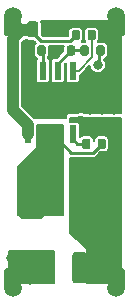
<source format=gbr>
G04 #@! TF.GenerationSoftware,KiCad,Pcbnew,5.1.0-060a0da~80~ubuntu18.04.1*
G04 #@! TF.CreationDate,2019-03-24T19:02:29+01:00*
G04 #@! TF.ProjectId,mav_psu,6d61765f-7073-4752-9e6b-696361645f70,rev?*
G04 #@! TF.SameCoordinates,Original*
G04 #@! TF.FileFunction,Copper,L1,Top*
G04 #@! TF.FilePolarity,Positive*
%FSLAX46Y46*%
G04 Gerber Fmt 4.6, Leading zero omitted, Abs format (unit mm)*
G04 Created by KiCad (PCBNEW 5.1.0-060a0da~80~ubuntu18.04.1) date 2019-03-24 19:02:29*
%MOMM*%
%LPD*%
G04 APERTURE LIST*
%ADD10C,0.100000*%
%ADD11C,2.350000*%
%ADD12C,1.500000*%
%ADD13C,0.700000*%
%ADD14C,1.250000*%
%ADD15R,2.350000X2.350000*%
%ADD16R,0.600000X1.550000*%
%ADD17C,0.950000*%
%ADD18C,0.800000*%
%ADD19C,0.600000*%
%ADD20C,1.000000*%
%ADD21C,0.250000*%
%ADD22C,0.200000*%
G04 APERTURE END LIST*
D10*
G36*
X122045085Y-124502829D02*
G01*
X122102116Y-124511289D01*
X122158042Y-124525298D01*
X122212327Y-124544721D01*
X122264446Y-124569371D01*
X122313898Y-124599012D01*
X122360206Y-124633356D01*
X122402925Y-124672075D01*
X122441644Y-124714794D01*
X122475988Y-124761102D01*
X122505629Y-124810554D01*
X122530279Y-124862673D01*
X122549702Y-124916958D01*
X122563711Y-124972884D01*
X122572171Y-125029915D01*
X122575000Y-125087500D01*
X122575000Y-127312500D01*
X122572171Y-127370085D01*
X122563711Y-127427116D01*
X122549702Y-127483042D01*
X122530279Y-127537327D01*
X122505629Y-127589446D01*
X122475988Y-127638898D01*
X122441644Y-127685206D01*
X122402925Y-127727925D01*
X122360206Y-127766644D01*
X122313898Y-127800988D01*
X122264446Y-127830629D01*
X122212327Y-127855279D01*
X122158042Y-127874702D01*
X122102116Y-127888711D01*
X122045085Y-127897171D01*
X121987500Y-127900000D01*
X120812500Y-127900000D01*
X120754915Y-127897171D01*
X120697884Y-127888711D01*
X120641958Y-127874702D01*
X120587673Y-127855279D01*
X120535554Y-127830629D01*
X120486102Y-127800988D01*
X120439794Y-127766644D01*
X120397075Y-127727925D01*
X120358356Y-127685206D01*
X120324012Y-127638898D01*
X120294371Y-127589446D01*
X120269721Y-127537327D01*
X120250298Y-127483042D01*
X120236289Y-127427116D01*
X120227829Y-127370085D01*
X120225000Y-127312500D01*
X120225000Y-125087500D01*
X120227829Y-125029915D01*
X120236289Y-124972884D01*
X120250298Y-124916958D01*
X120269721Y-124862673D01*
X120294371Y-124810554D01*
X120324012Y-124761102D01*
X120358356Y-124714794D01*
X120397075Y-124672075D01*
X120439794Y-124633356D01*
X120486102Y-124599012D01*
X120535554Y-124569371D01*
X120587673Y-124544721D01*
X120641958Y-124525298D01*
X120697884Y-124511289D01*
X120754915Y-124502829D01*
X120812500Y-124500000D01*
X121987500Y-124500000D01*
X122045085Y-124502829D01*
X122045085Y-124502829D01*
G37*
D11*
X121400000Y-126200000D03*
D10*
G36*
X116045085Y-124502829D02*
G01*
X116102116Y-124511289D01*
X116158042Y-124525298D01*
X116212327Y-124544721D01*
X116264446Y-124569371D01*
X116313898Y-124599012D01*
X116360206Y-124633356D01*
X116402925Y-124672075D01*
X116441644Y-124714794D01*
X116475988Y-124761102D01*
X116505629Y-124810554D01*
X116530279Y-124862673D01*
X116549702Y-124916958D01*
X116563711Y-124972884D01*
X116572171Y-125029915D01*
X116575000Y-125087500D01*
X116575000Y-127312500D01*
X116572171Y-127370085D01*
X116563711Y-127427116D01*
X116549702Y-127483042D01*
X116530279Y-127537327D01*
X116505629Y-127589446D01*
X116475988Y-127638898D01*
X116441644Y-127685206D01*
X116402925Y-127727925D01*
X116360206Y-127766644D01*
X116313898Y-127800988D01*
X116264446Y-127830629D01*
X116212327Y-127855279D01*
X116158042Y-127874702D01*
X116102116Y-127888711D01*
X116045085Y-127897171D01*
X115987500Y-127900000D01*
X114812500Y-127900000D01*
X114754915Y-127897171D01*
X114697884Y-127888711D01*
X114641958Y-127874702D01*
X114587673Y-127855279D01*
X114535554Y-127830629D01*
X114486102Y-127800988D01*
X114439794Y-127766644D01*
X114397075Y-127727925D01*
X114358356Y-127685206D01*
X114324012Y-127638898D01*
X114294371Y-127589446D01*
X114269721Y-127537327D01*
X114250298Y-127483042D01*
X114236289Y-127427116D01*
X114227829Y-127370085D01*
X114225000Y-127312500D01*
X114225000Y-125087500D01*
X114227829Y-125029915D01*
X114236289Y-124972884D01*
X114250298Y-124916958D01*
X114269721Y-124862673D01*
X114294371Y-124810554D01*
X114324012Y-124761102D01*
X114358356Y-124714794D01*
X114397075Y-124672075D01*
X114439794Y-124633356D01*
X114486102Y-124599012D01*
X114535554Y-124569371D01*
X114587673Y-124544721D01*
X114641958Y-124525298D01*
X114697884Y-124511289D01*
X114754915Y-124502829D01*
X114812500Y-124500000D01*
X115987500Y-124500000D01*
X116045085Y-124502829D01*
X116045085Y-124502829D01*
G37*
D11*
X115400000Y-126200000D03*
D12*
X113800000Y-133700000D03*
D10*
G36*
X114211756Y-132001806D02*
G01*
X114248159Y-132007206D01*
X114283857Y-132016147D01*
X114318506Y-132028545D01*
X114351774Y-132044280D01*
X114383339Y-132063199D01*
X114412897Y-132085121D01*
X114440165Y-132109835D01*
X114464879Y-132137103D01*
X114486801Y-132166661D01*
X114505720Y-132198226D01*
X114521455Y-132231494D01*
X114533853Y-132266143D01*
X114542794Y-132301841D01*
X114548194Y-132338244D01*
X114550000Y-132375000D01*
X114550000Y-133625000D01*
X114548194Y-133661756D01*
X114542794Y-133698159D01*
X114533853Y-133733857D01*
X114521455Y-133768506D01*
X114505720Y-133801774D01*
X114486801Y-133833339D01*
X114464879Y-133862897D01*
X114440165Y-133890165D01*
X114412897Y-133914879D01*
X114383339Y-133936801D01*
X114351774Y-133955720D01*
X114318506Y-133971455D01*
X114283857Y-133983853D01*
X114248159Y-133992794D01*
X114211756Y-133998194D01*
X114175000Y-134000000D01*
X113425000Y-134000000D01*
X113388244Y-133998194D01*
X113351841Y-133992794D01*
X113316143Y-133983853D01*
X113281494Y-133971455D01*
X113248226Y-133955720D01*
X113216661Y-133936801D01*
X113187103Y-133914879D01*
X113159835Y-133890165D01*
X113135121Y-133862897D01*
X113113199Y-133833339D01*
X113094280Y-133801774D01*
X113078545Y-133768506D01*
X113066147Y-133733857D01*
X113057206Y-133698159D01*
X113051806Y-133661756D01*
X113050000Y-133625000D01*
X113050000Y-132375000D01*
X113051806Y-132338244D01*
X113057206Y-132301841D01*
X113066147Y-132266143D01*
X113078545Y-132231494D01*
X113094280Y-132198226D01*
X113113199Y-132166661D01*
X113135121Y-132137103D01*
X113159835Y-132109835D01*
X113187103Y-132085121D01*
X113216661Y-132063199D01*
X113248226Y-132044280D01*
X113281494Y-132028545D01*
X113316143Y-132016147D01*
X113351841Y-132007206D01*
X113388244Y-132001806D01*
X113425000Y-132000000D01*
X114175000Y-132000000D01*
X114211756Y-132001806D01*
X114211756Y-132001806D01*
G37*
D12*
X113800000Y-133000000D03*
X122600000Y-110700000D03*
D10*
G36*
X123011756Y-110401806D02*
G01*
X123048159Y-110407206D01*
X123083857Y-110416147D01*
X123118506Y-110428545D01*
X123151774Y-110444280D01*
X123183339Y-110463199D01*
X123212897Y-110485121D01*
X123240165Y-110509835D01*
X123264879Y-110537103D01*
X123286801Y-110566661D01*
X123305720Y-110598226D01*
X123321455Y-110631494D01*
X123333853Y-110666143D01*
X123342794Y-110701841D01*
X123348194Y-110738244D01*
X123350000Y-110775000D01*
X123350000Y-112025000D01*
X123348194Y-112061756D01*
X123342794Y-112098159D01*
X123333853Y-112133857D01*
X123321455Y-112168506D01*
X123305720Y-112201774D01*
X123286801Y-112233339D01*
X123264879Y-112262897D01*
X123240165Y-112290165D01*
X123212897Y-112314879D01*
X123183339Y-112336801D01*
X123151774Y-112355720D01*
X123118506Y-112371455D01*
X123083857Y-112383853D01*
X123048159Y-112392794D01*
X123011756Y-112398194D01*
X122975000Y-112400000D01*
X122225000Y-112400000D01*
X122188244Y-112398194D01*
X122151841Y-112392794D01*
X122116143Y-112383853D01*
X122081494Y-112371455D01*
X122048226Y-112355720D01*
X122016661Y-112336801D01*
X121987103Y-112314879D01*
X121959835Y-112290165D01*
X121935121Y-112262897D01*
X121913199Y-112233339D01*
X121894280Y-112201774D01*
X121878545Y-112168506D01*
X121866147Y-112133857D01*
X121857206Y-112098159D01*
X121851806Y-112061756D01*
X121850000Y-112025000D01*
X121850000Y-110775000D01*
X121851806Y-110738244D01*
X121857206Y-110701841D01*
X121866147Y-110666143D01*
X121878545Y-110631494D01*
X121894280Y-110598226D01*
X121913199Y-110566661D01*
X121935121Y-110537103D01*
X121959835Y-110509835D01*
X121987103Y-110485121D01*
X122016661Y-110463199D01*
X122048226Y-110444280D01*
X122081494Y-110428545D01*
X122116143Y-110416147D01*
X122151841Y-110407206D01*
X122188244Y-110401806D01*
X122225000Y-110400000D01*
X122975000Y-110400000D01*
X123011756Y-110401806D01*
X123011756Y-110401806D01*
G37*
D12*
X122600000Y-111400000D03*
X122600000Y-133700000D03*
D10*
G36*
X123011756Y-132001806D02*
G01*
X123048159Y-132007206D01*
X123083857Y-132016147D01*
X123118506Y-132028545D01*
X123151774Y-132044280D01*
X123183339Y-132063199D01*
X123212897Y-132085121D01*
X123240165Y-132109835D01*
X123264879Y-132137103D01*
X123286801Y-132166661D01*
X123305720Y-132198226D01*
X123321455Y-132231494D01*
X123333853Y-132266143D01*
X123342794Y-132301841D01*
X123348194Y-132338244D01*
X123350000Y-132375000D01*
X123350000Y-133625000D01*
X123348194Y-133661756D01*
X123342794Y-133698159D01*
X123333853Y-133733857D01*
X123321455Y-133768506D01*
X123305720Y-133801774D01*
X123286801Y-133833339D01*
X123264879Y-133862897D01*
X123240165Y-133890165D01*
X123212897Y-133914879D01*
X123183339Y-133936801D01*
X123151774Y-133955720D01*
X123118506Y-133971455D01*
X123083857Y-133983853D01*
X123048159Y-133992794D01*
X123011756Y-133998194D01*
X122975000Y-134000000D01*
X122225000Y-134000000D01*
X122188244Y-133998194D01*
X122151841Y-133992794D01*
X122116143Y-133983853D01*
X122081494Y-133971455D01*
X122048226Y-133955720D01*
X122016661Y-133936801D01*
X121987103Y-133914879D01*
X121959835Y-133890165D01*
X121935121Y-133862897D01*
X121913199Y-133833339D01*
X121894280Y-133801774D01*
X121878545Y-133768506D01*
X121866147Y-133733857D01*
X121857206Y-133698159D01*
X121851806Y-133661756D01*
X121850000Y-133625000D01*
X121850000Y-132375000D01*
X121851806Y-132338244D01*
X121857206Y-132301841D01*
X121866147Y-132266143D01*
X121878545Y-132231494D01*
X121894280Y-132198226D01*
X121913199Y-132166661D01*
X121935121Y-132137103D01*
X121959835Y-132109835D01*
X121987103Y-132085121D01*
X122016661Y-132063199D01*
X122048226Y-132044280D01*
X122081494Y-132028545D01*
X122116143Y-132016147D01*
X122151841Y-132007206D01*
X122188244Y-132001806D01*
X122225000Y-132000000D01*
X122975000Y-132000000D01*
X123011756Y-132001806D01*
X123011756Y-132001806D01*
G37*
D12*
X122600000Y-133000000D03*
X113800000Y-110700000D03*
D10*
G36*
X114211756Y-110401806D02*
G01*
X114248159Y-110407206D01*
X114283857Y-110416147D01*
X114318506Y-110428545D01*
X114351774Y-110444280D01*
X114383339Y-110463199D01*
X114412897Y-110485121D01*
X114440165Y-110509835D01*
X114464879Y-110537103D01*
X114486801Y-110566661D01*
X114505720Y-110598226D01*
X114521455Y-110631494D01*
X114533853Y-110666143D01*
X114542794Y-110701841D01*
X114548194Y-110738244D01*
X114550000Y-110775000D01*
X114550000Y-112025000D01*
X114548194Y-112061756D01*
X114542794Y-112098159D01*
X114533853Y-112133857D01*
X114521455Y-112168506D01*
X114505720Y-112201774D01*
X114486801Y-112233339D01*
X114464879Y-112262897D01*
X114440165Y-112290165D01*
X114412897Y-112314879D01*
X114383339Y-112336801D01*
X114351774Y-112355720D01*
X114318506Y-112371455D01*
X114283857Y-112383853D01*
X114248159Y-112392794D01*
X114211756Y-112398194D01*
X114175000Y-112400000D01*
X113425000Y-112400000D01*
X113388244Y-112398194D01*
X113351841Y-112392794D01*
X113316143Y-112383853D01*
X113281494Y-112371455D01*
X113248226Y-112355720D01*
X113216661Y-112336801D01*
X113187103Y-112314879D01*
X113159835Y-112290165D01*
X113135121Y-112262897D01*
X113113199Y-112233339D01*
X113094280Y-112201774D01*
X113078545Y-112168506D01*
X113066147Y-112133857D01*
X113057206Y-112098159D01*
X113051806Y-112061756D01*
X113050000Y-112025000D01*
X113050000Y-110775000D01*
X113051806Y-110738244D01*
X113057206Y-110701841D01*
X113066147Y-110666143D01*
X113078545Y-110631494D01*
X113094280Y-110598226D01*
X113113199Y-110566661D01*
X113135121Y-110537103D01*
X113159835Y-110509835D01*
X113187103Y-110485121D01*
X113216661Y-110463199D01*
X113248226Y-110444280D01*
X113281494Y-110428545D01*
X113316143Y-110416147D01*
X113351841Y-110407206D01*
X113388244Y-110401806D01*
X113425000Y-110400000D01*
X114175000Y-110400000D01*
X114211756Y-110401806D01*
X114211756Y-110401806D01*
G37*
D12*
X113800000Y-111400000D03*
D10*
G36*
X116442153Y-113175843D02*
G01*
X116459141Y-113178363D01*
X116475800Y-113182535D01*
X116491970Y-113188321D01*
X116507494Y-113195664D01*
X116522225Y-113204493D01*
X116536019Y-113214723D01*
X116548744Y-113226256D01*
X116560277Y-113238981D01*
X116570507Y-113252775D01*
X116579336Y-113267506D01*
X116586679Y-113283030D01*
X116592465Y-113299200D01*
X116596637Y-113315859D01*
X116599157Y-113332847D01*
X116600000Y-113350000D01*
X116600000Y-113850000D01*
X116599157Y-113867153D01*
X116596637Y-113884141D01*
X116592465Y-113900800D01*
X116586679Y-113916970D01*
X116579336Y-113932494D01*
X116570507Y-113947225D01*
X116560277Y-113961019D01*
X116548744Y-113973744D01*
X116536019Y-113985277D01*
X116522225Y-113995507D01*
X116507494Y-114004336D01*
X116491970Y-114011679D01*
X116475800Y-114017465D01*
X116459141Y-114021637D01*
X116442153Y-114024157D01*
X116425000Y-114025000D01*
X116075000Y-114025000D01*
X116057847Y-114024157D01*
X116040859Y-114021637D01*
X116024200Y-114017465D01*
X116008030Y-114011679D01*
X115992506Y-114004336D01*
X115977775Y-113995507D01*
X115963981Y-113985277D01*
X115951256Y-113973744D01*
X115939723Y-113961019D01*
X115929493Y-113947225D01*
X115920664Y-113932494D01*
X115913321Y-113916970D01*
X115907535Y-113900800D01*
X115903363Y-113884141D01*
X115900843Y-113867153D01*
X115900000Y-113850000D01*
X115900000Y-113350000D01*
X115900843Y-113332847D01*
X115903363Y-113315859D01*
X115907535Y-113299200D01*
X115913321Y-113283030D01*
X115920664Y-113267506D01*
X115929493Y-113252775D01*
X115939723Y-113238981D01*
X115951256Y-113226256D01*
X115963981Y-113214723D01*
X115977775Y-113204493D01*
X115992506Y-113195664D01*
X116008030Y-113188321D01*
X116024200Y-113182535D01*
X116040859Y-113178363D01*
X116057847Y-113175843D01*
X116075000Y-113175000D01*
X116425000Y-113175000D01*
X116442153Y-113175843D01*
X116442153Y-113175843D01*
G37*
D13*
X116250000Y-113600000D03*
D10*
G36*
X115142153Y-113175843D02*
G01*
X115159141Y-113178363D01*
X115175800Y-113182535D01*
X115191970Y-113188321D01*
X115207494Y-113195664D01*
X115222225Y-113204493D01*
X115236019Y-113214723D01*
X115248744Y-113226256D01*
X115260277Y-113238981D01*
X115270507Y-113252775D01*
X115279336Y-113267506D01*
X115286679Y-113283030D01*
X115292465Y-113299200D01*
X115296637Y-113315859D01*
X115299157Y-113332847D01*
X115300000Y-113350000D01*
X115300000Y-113850000D01*
X115299157Y-113867153D01*
X115296637Y-113884141D01*
X115292465Y-113900800D01*
X115286679Y-113916970D01*
X115279336Y-113932494D01*
X115270507Y-113947225D01*
X115260277Y-113961019D01*
X115248744Y-113973744D01*
X115236019Y-113985277D01*
X115222225Y-113995507D01*
X115207494Y-114004336D01*
X115191970Y-114011679D01*
X115175800Y-114017465D01*
X115159141Y-114021637D01*
X115142153Y-114024157D01*
X115125000Y-114025000D01*
X114775000Y-114025000D01*
X114757847Y-114024157D01*
X114740859Y-114021637D01*
X114724200Y-114017465D01*
X114708030Y-114011679D01*
X114692506Y-114004336D01*
X114677775Y-113995507D01*
X114663981Y-113985277D01*
X114651256Y-113973744D01*
X114639723Y-113961019D01*
X114629493Y-113947225D01*
X114620664Y-113932494D01*
X114613321Y-113916970D01*
X114607535Y-113900800D01*
X114603363Y-113884141D01*
X114600843Y-113867153D01*
X114600000Y-113850000D01*
X114600000Y-113350000D01*
X114600843Y-113332847D01*
X114603363Y-113315859D01*
X114607535Y-113299200D01*
X114613321Y-113283030D01*
X114620664Y-113267506D01*
X114629493Y-113252775D01*
X114639723Y-113238981D01*
X114651256Y-113226256D01*
X114663981Y-113214723D01*
X114677775Y-113204493D01*
X114692506Y-113195664D01*
X114708030Y-113188321D01*
X114724200Y-113182535D01*
X114740859Y-113178363D01*
X114757847Y-113175843D01*
X114775000Y-113175000D01*
X115125000Y-113175000D01*
X115142153Y-113175843D01*
X115142153Y-113175843D01*
G37*
D13*
X114950000Y-113600000D03*
D10*
G36*
X121542153Y-121075843D02*
G01*
X121559141Y-121078363D01*
X121575800Y-121082535D01*
X121591970Y-121088321D01*
X121607494Y-121095664D01*
X121622225Y-121104493D01*
X121636019Y-121114723D01*
X121648744Y-121126256D01*
X121660277Y-121138981D01*
X121670507Y-121152775D01*
X121679336Y-121167506D01*
X121686679Y-121183030D01*
X121692465Y-121199200D01*
X121696637Y-121215859D01*
X121699157Y-121232847D01*
X121700000Y-121250000D01*
X121700000Y-121750000D01*
X121699157Y-121767153D01*
X121696637Y-121784141D01*
X121692465Y-121800800D01*
X121686679Y-121816970D01*
X121679336Y-121832494D01*
X121670507Y-121847225D01*
X121660277Y-121861019D01*
X121648744Y-121873744D01*
X121636019Y-121885277D01*
X121622225Y-121895507D01*
X121607494Y-121904336D01*
X121591970Y-121911679D01*
X121575800Y-121917465D01*
X121559141Y-121921637D01*
X121542153Y-121924157D01*
X121525000Y-121925000D01*
X121175000Y-121925000D01*
X121157847Y-121924157D01*
X121140859Y-121921637D01*
X121124200Y-121917465D01*
X121108030Y-121911679D01*
X121092506Y-121904336D01*
X121077775Y-121895507D01*
X121063981Y-121885277D01*
X121051256Y-121873744D01*
X121039723Y-121861019D01*
X121029493Y-121847225D01*
X121020664Y-121832494D01*
X121013321Y-121816970D01*
X121007535Y-121800800D01*
X121003363Y-121784141D01*
X121000843Y-121767153D01*
X121000000Y-121750000D01*
X121000000Y-121250000D01*
X121000843Y-121232847D01*
X121003363Y-121215859D01*
X121007535Y-121199200D01*
X121013321Y-121183030D01*
X121020664Y-121167506D01*
X121029493Y-121152775D01*
X121039723Y-121138981D01*
X121051256Y-121126256D01*
X121063981Y-121114723D01*
X121077775Y-121104493D01*
X121092506Y-121095664D01*
X121108030Y-121088321D01*
X121124200Y-121082535D01*
X121140859Y-121078363D01*
X121157847Y-121075843D01*
X121175000Y-121075000D01*
X121525000Y-121075000D01*
X121542153Y-121075843D01*
X121542153Y-121075843D01*
G37*
D13*
X121350000Y-121500000D03*
D10*
G36*
X120242153Y-121075843D02*
G01*
X120259141Y-121078363D01*
X120275800Y-121082535D01*
X120291970Y-121088321D01*
X120307494Y-121095664D01*
X120322225Y-121104493D01*
X120336019Y-121114723D01*
X120348744Y-121126256D01*
X120360277Y-121138981D01*
X120370507Y-121152775D01*
X120379336Y-121167506D01*
X120386679Y-121183030D01*
X120392465Y-121199200D01*
X120396637Y-121215859D01*
X120399157Y-121232847D01*
X120400000Y-121250000D01*
X120400000Y-121750000D01*
X120399157Y-121767153D01*
X120396637Y-121784141D01*
X120392465Y-121800800D01*
X120386679Y-121816970D01*
X120379336Y-121832494D01*
X120370507Y-121847225D01*
X120360277Y-121861019D01*
X120348744Y-121873744D01*
X120336019Y-121885277D01*
X120322225Y-121895507D01*
X120307494Y-121904336D01*
X120291970Y-121911679D01*
X120275800Y-121917465D01*
X120259141Y-121921637D01*
X120242153Y-121924157D01*
X120225000Y-121925000D01*
X119875000Y-121925000D01*
X119857847Y-121924157D01*
X119840859Y-121921637D01*
X119824200Y-121917465D01*
X119808030Y-121911679D01*
X119792506Y-121904336D01*
X119777775Y-121895507D01*
X119763981Y-121885277D01*
X119751256Y-121873744D01*
X119739723Y-121861019D01*
X119729493Y-121847225D01*
X119720664Y-121832494D01*
X119713321Y-121816970D01*
X119707535Y-121800800D01*
X119703363Y-121784141D01*
X119700843Y-121767153D01*
X119700000Y-121750000D01*
X119700000Y-121250000D01*
X119700843Y-121232847D01*
X119703363Y-121215859D01*
X119707535Y-121199200D01*
X119713321Y-121183030D01*
X119720664Y-121167506D01*
X119729493Y-121152775D01*
X119739723Y-121138981D01*
X119751256Y-121126256D01*
X119763981Y-121114723D01*
X119777775Y-121104493D01*
X119792506Y-121095664D01*
X119808030Y-121088321D01*
X119824200Y-121082535D01*
X119840859Y-121078363D01*
X119857847Y-121075843D01*
X119875000Y-121075000D01*
X120225000Y-121075000D01*
X120242153Y-121075843D01*
X120242153Y-121075843D01*
G37*
D13*
X120050000Y-121500000D03*
D10*
G36*
X117592153Y-113175843D02*
G01*
X117609141Y-113178363D01*
X117625800Y-113182535D01*
X117641970Y-113188321D01*
X117657494Y-113195664D01*
X117672225Y-113204493D01*
X117686019Y-113214723D01*
X117698744Y-113226256D01*
X117710277Y-113238981D01*
X117720507Y-113252775D01*
X117729336Y-113267506D01*
X117736679Y-113283030D01*
X117742465Y-113299200D01*
X117746637Y-113315859D01*
X117749157Y-113332847D01*
X117750000Y-113350000D01*
X117750000Y-113850000D01*
X117749157Y-113867153D01*
X117746637Y-113884141D01*
X117742465Y-113900800D01*
X117736679Y-113916970D01*
X117729336Y-113932494D01*
X117720507Y-113947225D01*
X117710277Y-113961019D01*
X117698744Y-113973744D01*
X117686019Y-113985277D01*
X117672225Y-113995507D01*
X117657494Y-114004336D01*
X117641970Y-114011679D01*
X117625800Y-114017465D01*
X117609141Y-114021637D01*
X117592153Y-114024157D01*
X117575000Y-114025000D01*
X117225000Y-114025000D01*
X117207847Y-114024157D01*
X117190859Y-114021637D01*
X117174200Y-114017465D01*
X117158030Y-114011679D01*
X117142506Y-114004336D01*
X117127775Y-113995507D01*
X117113981Y-113985277D01*
X117101256Y-113973744D01*
X117089723Y-113961019D01*
X117079493Y-113947225D01*
X117070664Y-113932494D01*
X117063321Y-113916970D01*
X117057535Y-113900800D01*
X117053363Y-113884141D01*
X117050843Y-113867153D01*
X117050000Y-113850000D01*
X117050000Y-113350000D01*
X117050843Y-113332847D01*
X117053363Y-113315859D01*
X117057535Y-113299200D01*
X117063321Y-113283030D01*
X117070664Y-113267506D01*
X117079493Y-113252775D01*
X117089723Y-113238981D01*
X117101256Y-113226256D01*
X117113981Y-113214723D01*
X117127775Y-113204493D01*
X117142506Y-113195664D01*
X117158030Y-113188321D01*
X117174200Y-113182535D01*
X117190859Y-113178363D01*
X117207847Y-113175843D01*
X117225000Y-113175000D01*
X117575000Y-113175000D01*
X117592153Y-113175843D01*
X117592153Y-113175843D01*
G37*
D13*
X117400000Y-113600000D03*
D10*
G36*
X118942153Y-113175843D02*
G01*
X118959141Y-113178363D01*
X118975800Y-113182535D01*
X118991970Y-113188321D01*
X119007494Y-113195664D01*
X119022225Y-113204493D01*
X119036019Y-113214723D01*
X119048744Y-113226256D01*
X119060277Y-113238981D01*
X119070507Y-113252775D01*
X119079336Y-113267506D01*
X119086679Y-113283030D01*
X119092465Y-113299200D01*
X119096637Y-113315859D01*
X119099157Y-113332847D01*
X119100000Y-113350000D01*
X119100000Y-113850000D01*
X119099157Y-113867153D01*
X119096637Y-113884141D01*
X119092465Y-113900800D01*
X119086679Y-113916970D01*
X119079336Y-113932494D01*
X119070507Y-113947225D01*
X119060277Y-113961019D01*
X119048744Y-113973744D01*
X119036019Y-113985277D01*
X119022225Y-113995507D01*
X119007494Y-114004336D01*
X118991970Y-114011679D01*
X118975800Y-114017465D01*
X118959141Y-114021637D01*
X118942153Y-114024157D01*
X118925000Y-114025000D01*
X118575000Y-114025000D01*
X118557847Y-114024157D01*
X118540859Y-114021637D01*
X118524200Y-114017465D01*
X118508030Y-114011679D01*
X118492506Y-114004336D01*
X118477775Y-113995507D01*
X118463981Y-113985277D01*
X118451256Y-113973744D01*
X118439723Y-113961019D01*
X118429493Y-113947225D01*
X118420664Y-113932494D01*
X118413321Y-113916970D01*
X118407535Y-113900800D01*
X118403363Y-113884141D01*
X118400843Y-113867153D01*
X118400000Y-113850000D01*
X118400000Y-113350000D01*
X118400843Y-113332847D01*
X118403363Y-113315859D01*
X118407535Y-113299200D01*
X118413321Y-113283030D01*
X118420664Y-113267506D01*
X118429493Y-113252775D01*
X118439723Y-113238981D01*
X118451256Y-113226256D01*
X118463981Y-113214723D01*
X118477775Y-113204493D01*
X118492506Y-113195664D01*
X118508030Y-113188321D01*
X118524200Y-113182535D01*
X118540859Y-113178363D01*
X118557847Y-113175843D01*
X118575000Y-113175000D01*
X118925000Y-113175000D01*
X118942153Y-113175843D01*
X118942153Y-113175843D01*
G37*
D13*
X118750000Y-113600000D03*
D10*
G36*
X120092153Y-113175843D02*
G01*
X120109141Y-113178363D01*
X120125800Y-113182535D01*
X120141970Y-113188321D01*
X120157494Y-113195664D01*
X120172225Y-113204493D01*
X120186019Y-113214723D01*
X120198744Y-113226256D01*
X120210277Y-113238981D01*
X120220507Y-113252775D01*
X120229336Y-113267506D01*
X120236679Y-113283030D01*
X120242465Y-113299200D01*
X120246637Y-113315859D01*
X120249157Y-113332847D01*
X120250000Y-113350000D01*
X120250000Y-113850000D01*
X120249157Y-113867153D01*
X120246637Y-113884141D01*
X120242465Y-113900800D01*
X120236679Y-113916970D01*
X120229336Y-113932494D01*
X120220507Y-113947225D01*
X120210277Y-113961019D01*
X120198744Y-113973744D01*
X120186019Y-113985277D01*
X120172225Y-113995507D01*
X120157494Y-114004336D01*
X120141970Y-114011679D01*
X120125800Y-114017465D01*
X120109141Y-114021637D01*
X120092153Y-114024157D01*
X120075000Y-114025000D01*
X119725000Y-114025000D01*
X119707847Y-114024157D01*
X119690859Y-114021637D01*
X119674200Y-114017465D01*
X119658030Y-114011679D01*
X119642506Y-114004336D01*
X119627775Y-113995507D01*
X119613981Y-113985277D01*
X119601256Y-113973744D01*
X119589723Y-113961019D01*
X119579493Y-113947225D01*
X119570664Y-113932494D01*
X119563321Y-113916970D01*
X119557535Y-113900800D01*
X119553363Y-113884141D01*
X119550843Y-113867153D01*
X119550000Y-113850000D01*
X119550000Y-113350000D01*
X119550843Y-113332847D01*
X119553363Y-113315859D01*
X119557535Y-113299200D01*
X119563321Y-113283030D01*
X119570664Y-113267506D01*
X119579493Y-113252775D01*
X119589723Y-113238981D01*
X119601256Y-113226256D01*
X119613981Y-113214723D01*
X119627775Y-113204493D01*
X119642506Y-113195664D01*
X119658030Y-113188321D01*
X119674200Y-113182535D01*
X119690859Y-113178363D01*
X119707847Y-113175843D01*
X119725000Y-113175000D01*
X120075000Y-113175000D01*
X120092153Y-113175843D01*
X120092153Y-113175843D01*
G37*
D13*
X119900000Y-113600000D03*
D10*
G36*
X121442153Y-113175843D02*
G01*
X121459141Y-113178363D01*
X121475800Y-113182535D01*
X121491970Y-113188321D01*
X121507494Y-113195664D01*
X121522225Y-113204493D01*
X121536019Y-113214723D01*
X121548744Y-113226256D01*
X121560277Y-113238981D01*
X121570507Y-113252775D01*
X121579336Y-113267506D01*
X121586679Y-113283030D01*
X121592465Y-113299200D01*
X121596637Y-113315859D01*
X121599157Y-113332847D01*
X121600000Y-113350000D01*
X121600000Y-113850000D01*
X121599157Y-113867153D01*
X121596637Y-113884141D01*
X121592465Y-113900800D01*
X121586679Y-113916970D01*
X121579336Y-113932494D01*
X121570507Y-113947225D01*
X121560277Y-113961019D01*
X121548744Y-113973744D01*
X121536019Y-113985277D01*
X121522225Y-113995507D01*
X121507494Y-114004336D01*
X121491970Y-114011679D01*
X121475800Y-114017465D01*
X121459141Y-114021637D01*
X121442153Y-114024157D01*
X121425000Y-114025000D01*
X121075000Y-114025000D01*
X121057847Y-114024157D01*
X121040859Y-114021637D01*
X121024200Y-114017465D01*
X121008030Y-114011679D01*
X120992506Y-114004336D01*
X120977775Y-113995507D01*
X120963981Y-113985277D01*
X120951256Y-113973744D01*
X120939723Y-113961019D01*
X120929493Y-113947225D01*
X120920664Y-113932494D01*
X120913321Y-113916970D01*
X120907535Y-113900800D01*
X120903363Y-113884141D01*
X120900843Y-113867153D01*
X120900000Y-113850000D01*
X120900000Y-113350000D01*
X120900843Y-113332847D01*
X120903363Y-113315859D01*
X120907535Y-113299200D01*
X120913321Y-113283030D01*
X120920664Y-113267506D01*
X120929493Y-113252775D01*
X120939723Y-113238981D01*
X120951256Y-113226256D01*
X120963981Y-113214723D01*
X120977775Y-113204493D01*
X120992506Y-113195664D01*
X121008030Y-113188321D01*
X121024200Y-113182535D01*
X121040859Y-113178363D01*
X121057847Y-113175843D01*
X121075000Y-113175000D01*
X121425000Y-113175000D01*
X121442153Y-113175843D01*
X121442153Y-113175843D01*
G37*
D13*
X121250000Y-113600000D03*
D10*
G36*
X120692153Y-111875843D02*
G01*
X120709141Y-111878363D01*
X120725800Y-111882535D01*
X120741970Y-111888321D01*
X120757494Y-111895664D01*
X120772225Y-111904493D01*
X120786019Y-111914723D01*
X120798744Y-111926256D01*
X120810277Y-111938981D01*
X120820507Y-111952775D01*
X120829336Y-111967506D01*
X120836679Y-111983030D01*
X120842465Y-111999200D01*
X120846637Y-112015859D01*
X120849157Y-112032847D01*
X120850000Y-112050000D01*
X120850000Y-112550000D01*
X120849157Y-112567153D01*
X120846637Y-112584141D01*
X120842465Y-112600800D01*
X120836679Y-112616970D01*
X120829336Y-112632494D01*
X120820507Y-112647225D01*
X120810277Y-112661019D01*
X120798744Y-112673744D01*
X120786019Y-112685277D01*
X120772225Y-112695507D01*
X120757494Y-112704336D01*
X120741970Y-112711679D01*
X120725800Y-112717465D01*
X120709141Y-112721637D01*
X120692153Y-112724157D01*
X120675000Y-112725000D01*
X120325000Y-112725000D01*
X120307847Y-112724157D01*
X120290859Y-112721637D01*
X120274200Y-112717465D01*
X120258030Y-112711679D01*
X120242506Y-112704336D01*
X120227775Y-112695507D01*
X120213981Y-112685277D01*
X120201256Y-112673744D01*
X120189723Y-112661019D01*
X120179493Y-112647225D01*
X120170664Y-112632494D01*
X120163321Y-112616970D01*
X120157535Y-112600800D01*
X120153363Y-112584141D01*
X120150843Y-112567153D01*
X120150000Y-112550000D01*
X120150000Y-112050000D01*
X120150843Y-112032847D01*
X120153363Y-112015859D01*
X120157535Y-111999200D01*
X120163321Y-111983030D01*
X120170664Y-111967506D01*
X120179493Y-111952775D01*
X120189723Y-111938981D01*
X120201256Y-111926256D01*
X120213981Y-111914723D01*
X120227775Y-111904493D01*
X120242506Y-111895664D01*
X120258030Y-111888321D01*
X120274200Y-111882535D01*
X120290859Y-111878363D01*
X120307847Y-111875843D01*
X120325000Y-111875000D01*
X120675000Y-111875000D01*
X120692153Y-111875843D01*
X120692153Y-111875843D01*
G37*
D13*
X120500000Y-112300000D03*
D10*
G36*
X119342153Y-111875843D02*
G01*
X119359141Y-111878363D01*
X119375800Y-111882535D01*
X119391970Y-111888321D01*
X119407494Y-111895664D01*
X119422225Y-111904493D01*
X119436019Y-111914723D01*
X119448744Y-111926256D01*
X119460277Y-111938981D01*
X119470507Y-111952775D01*
X119479336Y-111967506D01*
X119486679Y-111983030D01*
X119492465Y-111999200D01*
X119496637Y-112015859D01*
X119499157Y-112032847D01*
X119500000Y-112050000D01*
X119500000Y-112550000D01*
X119499157Y-112567153D01*
X119496637Y-112584141D01*
X119492465Y-112600800D01*
X119486679Y-112616970D01*
X119479336Y-112632494D01*
X119470507Y-112647225D01*
X119460277Y-112661019D01*
X119448744Y-112673744D01*
X119436019Y-112685277D01*
X119422225Y-112695507D01*
X119407494Y-112704336D01*
X119391970Y-112711679D01*
X119375800Y-112717465D01*
X119359141Y-112721637D01*
X119342153Y-112724157D01*
X119325000Y-112725000D01*
X118975000Y-112725000D01*
X118957847Y-112724157D01*
X118940859Y-112721637D01*
X118924200Y-112717465D01*
X118908030Y-112711679D01*
X118892506Y-112704336D01*
X118877775Y-112695507D01*
X118863981Y-112685277D01*
X118851256Y-112673744D01*
X118839723Y-112661019D01*
X118829493Y-112647225D01*
X118820664Y-112632494D01*
X118813321Y-112616970D01*
X118807535Y-112600800D01*
X118803363Y-112584141D01*
X118800843Y-112567153D01*
X118800000Y-112550000D01*
X118800000Y-112050000D01*
X118800843Y-112032847D01*
X118803363Y-112015859D01*
X118807535Y-111999200D01*
X118813321Y-111983030D01*
X118820664Y-111967506D01*
X118829493Y-111952775D01*
X118839723Y-111938981D01*
X118851256Y-111926256D01*
X118863981Y-111914723D01*
X118877775Y-111904493D01*
X118892506Y-111895664D01*
X118908030Y-111888321D01*
X118924200Y-111882535D01*
X118940859Y-111878363D01*
X118957847Y-111875843D01*
X118975000Y-111875000D01*
X119325000Y-111875000D01*
X119342153Y-111875843D01*
X119342153Y-111875843D01*
G37*
D13*
X119150000Y-112300000D03*
D10*
G36*
X117099504Y-130676204D02*
G01*
X117123773Y-130679804D01*
X117147571Y-130685765D01*
X117170671Y-130694030D01*
X117192849Y-130704520D01*
X117213893Y-130717133D01*
X117233598Y-130731747D01*
X117251777Y-130748223D01*
X117268253Y-130766402D01*
X117282867Y-130786107D01*
X117295480Y-130807151D01*
X117305970Y-130829329D01*
X117314235Y-130852429D01*
X117320196Y-130876227D01*
X117323796Y-130900496D01*
X117325000Y-130925000D01*
X117325000Y-133075000D01*
X117323796Y-133099504D01*
X117320196Y-133123773D01*
X117314235Y-133147571D01*
X117305970Y-133170671D01*
X117295480Y-133192849D01*
X117282867Y-133213893D01*
X117268253Y-133233598D01*
X117251777Y-133251777D01*
X117233598Y-133268253D01*
X117213893Y-133282867D01*
X117192849Y-133295480D01*
X117170671Y-133305970D01*
X117147571Y-133314235D01*
X117123773Y-133320196D01*
X117099504Y-133323796D01*
X117075000Y-133325000D01*
X116325000Y-133325000D01*
X116300496Y-133323796D01*
X116276227Y-133320196D01*
X116252429Y-133314235D01*
X116229329Y-133305970D01*
X116207151Y-133295480D01*
X116186107Y-133282867D01*
X116166402Y-133268253D01*
X116148223Y-133251777D01*
X116131747Y-133233598D01*
X116117133Y-133213893D01*
X116104520Y-133192849D01*
X116094030Y-133170671D01*
X116085765Y-133147571D01*
X116079804Y-133123773D01*
X116076204Y-133099504D01*
X116075000Y-133075000D01*
X116075000Y-130925000D01*
X116076204Y-130900496D01*
X116079804Y-130876227D01*
X116085765Y-130852429D01*
X116094030Y-130829329D01*
X116104520Y-130807151D01*
X116117133Y-130786107D01*
X116131747Y-130766402D01*
X116148223Y-130748223D01*
X116166402Y-130731747D01*
X116186107Y-130717133D01*
X116207151Y-130704520D01*
X116229329Y-130694030D01*
X116252429Y-130685765D01*
X116276227Y-130679804D01*
X116300496Y-130676204D01*
X116325000Y-130675000D01*
X117075000Y-130675000D01*
X117099504Y-130676204D01*
X117099504Y-130676204D01*
G37*
D14*
X116700000Y-132000000D03*
D10*
G36*
X119899504Y-130676204D02*
G01*
X119923773Y-130679804D01*
X119947571Y-130685765D01*
X119970671Y-130694030D01*
X119992849Y-130704520D01*
X120013893Y-130717133D01*
X120033598Y-130731747D01*
X120051777Y-130748223D01*
X120068253Y-130766402D01*
X120082867Y-130786107D01*
X120095480Y-130807151D01*
X120105970Y-130829329D01*
X120114235Y-130852429D01*
X120120196Y-130876227D01*
X120123796Y-130900496D01*
X120125000Y-130925000D01*
X120125000Y-133075000D01*
X120123796Y-133099504D01*
X120120196Y-133123773D01*
X120114235Y-133147571D01*
X120105970Y-133170671D01*
X120095480Y-133192849D01*
X120082867Y-133213893D01*
X120068253Y-133233598D01*
X120051777Y-133251777D01*
X120033598Y-133268253D01*
X120013893Y-133282867D01*
X119992849Y-133295480D01*
X119970671Y-133305970D01*
X119947571Y-133314235D01*
X119923773Y-133320196D01*
X119899504Y-133323796D01*
X119875000Y-133325000D01*
X119125000Y-133325000D01*
X119100496Y-133323796D01*
X119076227Y-133320196D01*
X119052429Y-133314235D01*
X119029329Y-133305970D01*
X119007151Y-133295480D01*
X118986107Y-133282867D01*
X118966402Y-133268253D01*
X118948223Y-133251777D01*
X118931747Y-133233598D01*
X118917133Y-133213893D01*
X118904520Y-133192849D01*
X118894030Y-133170671D01*
X118885765Y-133147571D01*
X118879804Y-133123773D01*
X118876204Y-133099504D01*
X118875000Y-133075000D01*
X118875000Y-130925000D01*
X118876204Y-130900496D01*
X118879804Y-130876227D01*
X118885765Y-130852429D01*
X118894030Y-130829329D01*
X118904520Y-130807151D01*
X118917133Y-130786107D01*
X118931747Y-130766402D01*
X118948223Y-130748223D01*
X118966402Y-130731747D01*
X118986107Y-130717133D01*
X119007151Y-130704520D01*
X119029329Y-130694030D01*
X119052429Y-130685765D01*
X119076227Y-130679804D01*
X119100496Y-130676204D01*
X119125000Y-130675000D01*
X119875000Y-130675000D01*
X119899504Y-130676204D01*
X119899504Y-130676204D01*
G37*
D14*
X119500000Y-132000000D03*
D10*
G36*
X122499504Y-116576204D02*
G01*
X122523773Y-116579804D01*
X122547571Y-116585765D01*
X122570671Y-116594030D01*
X122592849Y-116604520D01*
X122613893Y-116617133D01*
X122633598Y-116631747D01*
X122651777Y-116648223D01*
X122668253Y-116666402D01*
X122682867Y-116686107D01*
X122695480Y-116707151D01*
X122705970Y-116729329D01*
X122714235Y-116752429D01*
X122720196Y-116776227D01*
X122723796Y-116800496D01*
X122725000Y-116825000D01*
X122725000Y-117575000D01*
X122723796Y-117599504D01*
X122720196Y-117623773D01*
X122714235Y-117647571D01*
X122705970Y-117670671D01*
X122695480Y-117692849D01*
X122682867Y-117713893D01*
X122668253Y-117733598D01*
X122651777Y-117751777D01*
X122633598Y-117768253D01*
X122613893Y-117782867D01*
X122592849Y-117795480D01*
X122570671Y-117805970D01*
X122547571Y-117814235D01*
X122523773Y-117820196D01*
X122499504Y-117823796D01*
X122475000Y-117825000D01*
X120325000Y-117825000D01*
X120300496Y-117823796D01*
X120276227Y-117820196D01*
X120252429Y-117814235D01*
X120229329Y-117805970D01*
X120207151Y-117795480D01*
X120186107Y-117782867D01*
X120166402Y-117768253D01*
X120148223Y-117751777D01*
X120131747Y-117733598D01*
X120117133Y-117713893D01*
X120104520Y-117692849D01*
X120094030Y-117670671D01*
X120085765Y-117647571D01*
X120079804Y-117623773D01*
X120076204Y-117599504D01*
X120075000Y-117575000D01*
X120075000Y-116825000D01*
X120076204Y-116800496D01*
X120079804Y-116776227D01*
X120085765Y-116752429D01*
X120094030Y-116729329D01*
X120104520Y-116707151D01*
X120117133Y-116686107D01*
X120131747Y-116666402D01*
X120148223Y-116648223D01*
X120166402Y-116631747D01*
X120186107Y-116617133D01*
X120207151Y-116604520D01*
X120229329Y-116594030D01*
X120252429Y-116585765D01*
X120276227Y-116579804D01*
X120300496Y-116576204D01*
X120325000Y-116575000D01*
X122475000Y-116575000D01*
X122499504Y-116576204D01*
X122499504Y-116576204D01*
G37*
D14*
X121400000Y-117200000D03*
D10*
G36*
X122499504Y-119376204D02*
G01*
X122523773Y-119379804D01*
X122547571Y-119385765D01*
X122570671Y-119394030D01*
X122592849Y-119404520D01*
X122613893Y-119417133D01*
X122633598Y-119431747D01*
X122651777Y-119448223D01*
X122668253Y-119466402D01*
X122682867Y-119486107D01*
X122695480Y-119507151D01*
X122705970Y-119529329D01*
X122714235Y-119552429D01*
X122720196Y-119576227D01*
X122723796Y-119600496D01*
X122725000Y-119625000D01*
X122725000Y-120375000D01*
X122723796Y-120399504D01*
X122720196Y-120423773D01*
X122714235Y-120447571D01*
X122705970Y-120470671D01*
X122695480Y-120492849D01*
X122682867Y-120513893D01*
X122668253Y-120533598D01*
X122651777Y-120551777D01*
X122633598Y-120568253D01*
X122613893Y-120582867D01*
X122592849Y-120595480D01*
X122570671Y-120605970D01*
X122547571Y-120614235D01*
X122523773Y-120620196D01*
X122499504Y-120623796D01*
X122475000Y-120625000D01*
X120325000Y-120625000D01*
X120300496Y-120623796D01*
X120276227Y-120620196D01*
X120252429Y-120614235D01*
X120229329Y-120605970D01*
X120207151Y-120595480D01*
X120186107Y-120582867D01*
X120166402Y-120568253D01*
X120148223Y-120551777D01*
X120131747Y-120533598D01*
X120117133Y-120513893D01*
X120104520Y-120492849D01*
X120094030Y-120470671D01*
X120085765Y-120447571D01*
X120079804Y-120423773D01*
X120076204Y-120399504D01*
X120075000Y-120375000D01*
X120075000Y-119625000D01*
X120076204Y-119600496D01*
X120079804Y-119576227D01*
X120085765Y-119552429D01*
X120094030Y-119529329D01*
X120104520Y-119507151D01*
X120117133Y-119486107D01*
X120131747Y-119466402D01*
X120148223Y-119448223D01*
X120166402Y-119431747D01*
X120186107Y-119417133D01*
X120207151Y-119404520D01*
X120229329Y-119394030D01*
X120252429Y-119385765D01*
X120276227Y-119379804D01*
X120300496Y-119376204D01*
X120325000Y-119375000D01*
X122475000Y-119375000D01*
X122499504Y-119376204D01*
X122499504Y-119376204D01*
G37*
D14*
X121400000Y-120000000D03*
D15*
X117000000Y-118000000D03*
D16*
X115095000Y-115300000D03*
X116365000Y-115300000D03*
X117635000Y-115300000D03*
X118905000Y-115300000D03*
X118905000Y-120700000D03*
X117635000Y-120700000D03*
X116365000Y-120700000D03*
X115095000Y-120700000D03*
D10*
G36*
X117360779Y-111126144D02*
G01*
X117383834Y-111129563D01*
X117406443Y-111135227D01*
X117428387Y-111143079D01*
X117449457Y-111153044D01*
X117469448Y-111165026D01*
X117488168Y-111178910D01*
X117505438Y-111194562D01*
X117521090Y-111211832D01*
X117534974Y-111230552D01*
X117546956Y-111250543D01*
X117556921Y-111271613D01*
X117564773Y-111293557D01*
X117570437Y-111316166D01*
X117573856Y-111339221D01*
X117575000Y-111362500D01*
X117575000Y-112237500D01*
X117573856Y-112260779D01*
X117570437Y-112283834D01*
X117564773Y-112306443D01*
X117556921Y-112328387D01*
X117546956Y-112349457D01*
X117534974Y-112369448D01*
X117521090Y-112388168D01*
X117505438Y-112405438D01*
X117488168Y-112421090D01*
X117469448Y-112434974D01*
X117449457Y-112446956D01*
X117428387Y-112456921D01*
X117406443Y-112464773D01*
X117383834Y-112470437D01*
X117360779Y-112473856D01*
X117337500Y-112475000D01*
X116862500Y-112475000D01*
X116839221Y-112473856D01*
X116816166Y-112470437D01*
X116793557Y-112464773D01*
X116771613Y-112456921D01*
X116750543Y-112446956D01*
X116730552Y-112434974D01*
X116711832Y-112421090D01*
X116694562Y-112405438D01*
X116678910Y-112388168D01*
X116665026Y-112369448D01*
X116653044Y-112349457D01*
X116643079Y-112328387D01*
X116635227Y-112306443D01*
X116629563Y-112283834D01*
X116626144Y-112260779D01*
X116625000Y-112237500D01*
X116625000Y-111362500D01*
X116626144Y-111339221D01*
X116629563Y-111316166D01*
X116635227Y-111293557D01*
X116643079Y-111271613D01*
X116653044Y-111250543D01*
X116665026Y-111230552D01*
X116678910Y-111211832D01*
X116694562Y-111194562D01*
X116711832Y-111178910D01*
X116730552Y-111165026D01*
X116750543Y-111153044D01*
X116771613Y-111143079D01*
X116793557Y-111135227D01*
X116816166Y-111129563D01*
X116839221Y-111126144D01*
X116862500Y-111125000D01*
X117337500Y-111125000D01*
X117360779Y-111126144D01*
X117360779Y-111126144D01*
G37*
D17*
X117100000Y-111800000D03*
D10*
G36*
X115760779Y-111126144D02*
G01*
X115783834Y-111129563D01*
X115806443Y-111135227D01*
X115828387Y-111143079D01*
X115849457Y-111153044D01*
X115869448Y-111165026D01*
X115888168Y-111178910D01*
X115905438Y-111194562D01*
X115921090Y-111211832D01*
X115934974Y-111230552D01*
X115946956Y-111250543D01*
X115956921Y-111271613D01*
X115964773Y-111293557D01*
X115970437Y-111316166D01*
X115973856Y-111339221D01*
X115975000Y-111362500D01*
X115975000Y-112237500D01*
X115973856Y-112260779D01*
X115970437Y-112283834D01*
X115964773Y-112306443D01*
X115956921Y-112328387D01*
X115946956Y-112349457D01*
X115934974Y-112369448D01*
X115921090Y-112388168D01*
X115905438Y-112405438D01*
X115888168Y-112421090D01*
X115869448Y-112434974D01*
X115849457Y-112446956D01*
X115828387Y-112456921D01*
X115806443Y-112464773D01*
X115783834Y-112470437D01*
X115760779Y-112473856D01*
X115737500Y-112475000D01*
X115262500Y-112475000D01*
X115239221Y-112473856D01*
X115216166Y-112470437D01*
X115193557Y-112464773D01*
X115171613Y-112456921D01*
X115150543Y-112446956D01*
X115130552Y-112434974D01*
X115111832Y-112421090D01*
X115094562Y-112405438D01*
X115078910Y-112388168D01*
X115065026Y-112369448D01*
X115053044Y-112349457D01*
X115043079Y-112328387D01*
X115035227Y-112306443D01*
X115029563Y-112283834D01*
X115026144Y-112260779D01*
X115025000Y-112237500D01*
X115025000Y-111362500D01*
X115026144Y-111339221D01*
X115029563Y-111316166D01*
X115035227Y-111293557D01*
X115043079Y-111271613D01*
X115053044Y-111250543D01*
X115065026Y-111230552D01*
X115078910Y-111211832D01*
X115094562Y-111194562D01*
X115111832Y-111178910D01*
X115130552Y-111165026D01*
X115150543Y-111153044D01*
X115171613Y-111143079D01*
X115193557Y-111135227D01*
X115216166Y-111129563D01*
X115239221Y-111126144D01*
X115262500Y-111125000D01*
X115737500Y-111125000D01*
X115760779Y-111126144D01*
X115760779Y-111126144D01*
G37*
D17*
X115500000Y-111800000D03*
D18*
X116200000Y-118800000D03*
X117800000Y-118800000D03*
X117800000Y-117200000D03*
X116200000Y-117200000D03*
X122400000Y-115800000D03*
X120400000Y-118600000D03*
X121400000Y-118600000D03*
X122400000Y-118600000D03*
X120400000Y-115800000D03*
X121400000Y-115800000D03*
X113700000Y-131200000D03*
X114700000Y-131200000D03*
X115300000Y-133000000D03*
X115300000Y-132000000D03*
X119800000Y-111400000D03*
X118200000Y-111800000D03*
D19*
X119600000Y-119400000D03*
D18*
X121000000Y-114828715D03*
D20*
X114024990Y-111775010D02*
X114024990Y-112400000D01*
X115095000Y-119895000D02*
X115095000Y-120700000D01*
X113800000Y-118600000D02*
X115095000Y-119895000D01*
X114024990Y-112400000D02*
X113800000Y-112624990D01*
X113800000Y-112624990D02*
X113800000Y-118600000D01*
D21*
X114024990Y-111824990D02*
X114024990Y-112400000D01*
X114000000Y-111800000D02*
X114024990Y-111824990D01*
D20*
X114536826Y-111888164D02*
X115011836Y-111888164D01*
X114024990Y-112400000D02*
X114536826Y-111888164D01*
D21*
X115500000Y-112100000D02*
X115500000Y-111800000D01*
X116200010Y-112800010D02*
X115500000Y-112100000D01*
X119150000Y-112300000D02*
X118649990Y-112800010D01*
X118649990Y-112800010D02*
X116200010Y-112800010D01*
X117635000Y-113835000D02*
X117600000Y-113800000D01*
X117635000Y-115300000D02*
X117635000Y-114815000D01*
X117635000Y-114715000D02*
X118750000Y-113600000D01*
X117635000Y-115300000D02*
X117635000Y-114715000D01*
X118750000Y-113600000D02*
X119900000Y-113600000D01*
X120800000Y-119400000D02*
X121400000Y-120000000D01*
X119600000Y-119400000D02*
X120800000Y-119400000D01*
X121500000Y-132000000D02*
X121900000Y-132400000D01*
X119500000Y-132000000D02*
X121500000Y-132000000D01*
X121150000Y-114678715D02*
X121000000Y-114828715D01*
X121150000Y-113700000D02*
X121150000Y-114678715D01*
D22*
X120500000Y-112825000D02*
X120500000Y-112300000D01*
X120550010Y-112875010D02*
X120500000Y-112825000D01*
X120550010Y-114149990D02*
X120550010Y-112875010D01*
X118905000Y-115300000D02*
X119400000Y-115300000D01*
X119400000Y-115300000D02*
X120550010Y-114149990D01*
D21*
X118905000Y-121105000D02*
X118905000Y-120700000D01*
X120050000Y-121500000D02*
X119300000Y-121500000D01*
X119300000Y-121500000D02*
X118905000Y-121105000D01*
X117635000Y-121135000D02*
X117635000Y-120700000D01*
X118750010Y-122250010D02*
X117635000Y-121135000D01*
X121350000Y-121500000D02*
X120599990Y-122250010D01*
X120599990Y-122250010D02*
X118750010Y-122250010D01*
X116365000Y-113815000D02*
X116350000Y-113800000D01*
X116365000Y-113715000D02*
X116250000Y-113600000D01*
X116365000Y-115300000D02*
X116365000Y-113715000D01*
D22*
G36*
X123000001Y-133300000D02*
G01*
X120100000Y-133300000D01*
X120100000Y-130500000D01*
X120098079Y-130480491D01*
X120092388Y-130461732D01*
X120083147Y-130444443D01*
X120070711Y-130429289D01*
X118700000Y-129058578D01*
X118700000Y-122672141D01*
X118729136Y-122675010D01*
X118729142Y-122675010D01*
X118750009Y-122677065D01*
X118770876Y-122675010D01*
X120579123Y-122675010D01*
X120599990Y-122677065D01*
X120620857Y-122675010D01*
X120620864Y-122675010D01*
X120683304Y-122668860D01*
X120763417Y-122644558D01*
X120837250Y-122605094D01*
X120901964Y-122551984D01*
X120915273Y-122535767D01*
X121224589Y-122226451D01*
X121525000Y-122226451D01*
X121617951Y-122217296D01*
X121707330Y-122190183D01*
X121789702Y-122146155D01*
X121861902Y-122086902D01*
X121921155Y-122014702D01*
X121965183Y-121932330D01*
X121992296Y-121842951D01*
X122001451Y-121750000D01*
X122001451Y-121250000D01*
X121992296Y-121157049D01*
X121965183Y-121067670D01*
X121921155Y-120985298D01*
X121861902Y-120913098D01*
X121789702Y-120853845D01*
X121707330Y-120809817D01*
X121617951Y-120782704D01*
X121525000Y-120773549D01*
X121175000Y-120773549D01*
X121082049Y-120782704D01*
X120992670Y-120809817D01*
X120910298Y-120853845D01*
X120838098Y-120913098D01*
X120778845Y-120985298D01*
X120734817Y-121067670D01*
X120707704Y-121157049D01*
X120700000Y-121235268D01*
X120692296Y-121157049D01*
X120665183Y-121067670D01*
X120621155Y-120985298D01*
X120561902Y-120913098D01*
X120489702Y-120853845D01*
X120407330Y-120809817D01*
X120317951Y-120782704D01*
X120225000Y-120773549D01*
X119875000Y-120773549D01*
X119782049Y-120782704D01*
X119692670Y-120809817D01*
X119610298Y-120853845D01*
X119538098Y-120913098D01*
X119506451Y-120951660D01*
X119506451Y-119925000D01*
X119500659Y-119866190D01*
X119483504Y-119809640D01*
X119455647Y-119757523D01*
X119418158Y-119711842D01*
X119372477Y-119674353D01*
X119320360Y-119646496D01*
X119263810Y-119629341D01*
X119205000Y-119623549D01*
X118700000Y-119623549D01*
X118700000Y-119300000D01*
X123000000Y-119300000D01*
X123000001Y-133300000D01*
X123000001Y-133300000D01*
G37*
X123000001Y-133300000D02*
X120100000Y-133300000D01*
X120100000Y-130500000D01*
X120098079Y-130480491D01*
X120092388Y-130461732D01*
X120083147Y-130444443D01*
X120070711Y-130429289D01*
X118700000Y-129058578D01*
X118700000Y-122672141D01*
X118729136Y-122675010D01*
X118729142Y-122675010D01*
X118750009Y-122677065D01*
X118770876Y-122675010D01*
X120579123Y-122675010D01*
X120599990Y-122677065D01*
X120620857Y-122675010D01*
X120620864Y-122675010D01*
X120683304Y-122668860D01*
X120763417Y-122644558D01*
X120837250Y-122605094D01*
X120901964Y-122551984D01*
X120915273Y-122535767D01*
X121224589Y-122226451D01*
X121525000Y-122226451D01*
X121617951Y-122217296D01*
X121707330Y-122190183D01*
X121789702Y-122146155D01*
X121861902Y-122086902D01*
X121921155Y-122014702D01*
X121965183Y-121932330D01*
X121992296Y-121842951D01*
X122001451Y-121750000D01*
X122001451Y-121250000D01*
X121992296Y-121157049D01*
X121965183Y-121067670D01*
X121921155Y-120985298D01*
X121861902Y-120913098D01*
X121789702Y-120853845D01*
X121707330Y-120809817D01*
X121617951Y-120782704D01*
X121525000Y-120773549D01*
X121175000Y-120773549D01*
X121082049Y-120782704D01*
X120992670Y-120809817D01*
X120910298Y-120853845D01*
X120838098Y-120913098D01*
X120778845Y-120985298D01*
X120734817Y-121067670D01*
X120707704Y-121157049D01*
X120700000Y-121235268D01*
X120692296Y-121157049D01*
X120665183Y-121067670D01*
X120621155Y-120985298D01*
X120561902Y-120913098D01*
X120489702Y-120853845D01*
X120407330Y-120809817D01*
X120317951Y-120782704D01*
X120225000Y-120773549D01*
X119875000Y-120773549D01*
X119782049Y-120782704D01*
X119692670Y-120809817D01*
X119610298Y-120853845D01*
X119538098Y-120913098D01*
X119506451Y-120951660D01*
X119506451Y-119925000D01*
X119500659Y-119866190D01*
X119483504Y-119809640D01*
X119455647Y-119757523D01*
X119418158Y-119711842D01*
X119372477Y-119674353D01*
X119320360Y-119646496D01*
X119263810Y-119629341D01*
X119205000Y-119623549D01*
X118700000Y-119623549D01*
X118700000Y-119300000D01*
X123000000Y-119300000D01*
X123000001Y-133300000D01*
G36*
X118100000Y-127500000D02*
G01*
X114300000Y-127500000D01*
X114300000Y-123441422D01*
X115870711Y-121870711D01*
X115883147Y-121855557D01*
X115892388Y-121838268D01*
X115898079Y-121819509D01*
X115900000Y-121800000D01*
X115900000Y-119900000D01*
X118100000Y-119900000D01*
X118100000Y-127500000D01*
X118100000Y-127500000D01*
G37*
X118100000Y-127500000D02*
X114300000Y-127500000D01*
X114300000Y-123441422D01*
X115870711Y-121870711D01*
X115883147Y-121855557D01*
X115892388Y-121838268D01*
X115898079Y-121819509D01*
X115900000Y-121800000D01*
X115900000Y-119900000D01*
X118100000Y-119900000D01*
X118100000Y-127500000D01*
G36*
X123000000Y-118900000D02*
G01*
X119931669Y-118900000D01*
X119884207Y-118868287D01*
X119775014Y-118823058D01*
X119659095Y-118800000D01*
X119540905Y-118800000D01*
X119424986Y-118823058D01*
X119315793Y-118868287D01*
X119268331Y-118900000D01*
X118600000Y-118900000D01*
X118541473Y-118905764D01*
X118485195Y-118922836D01*
X118433329Y-118950559D01*
X118387868Y-118987868D01*
X118350559Y-119033329D01*
X118322836Y-119085195D01*
X118305764Y-119141473D01*
X118300000Y-119200000D01*
X118300000Y-119300000D01*
X115631371Y-119300000D01*
X114600000Y-118268630D01*
X114600000Y-112960394D01*
X114618463Y-112937897D01*
X114868196Y-112688164D01*
X114967833Y-112688164D01*
X115056252Y-112735426D01*
X115157356Y-112766095D01*
X115262500Y-112776451D01*
X115575411Y-112776451D01*
X115778720Y-112979760D01*
X115738098Y-113013098D01*
X115678845Y-113085298D01*
X115634817Y-113167670D01*
X115607704Y-113257049D01*
X115598549Y-113350000D01*
X115598549Y-113850000D01*
X115607704Y-113942951D01*
X115634817Y-114032330D01*
X115678845Y-114114702D01*
X115738098Y-114186902D01*
X115810298Y-114246155D01*
X115883928Y-114285510D01*
X115851842Y-114311842D01*
X115814353Y-114357523D01*
X115786496Y-114409640D01*
X115769341Y-114466190D01*
X115763549Y-114525000D01*
X115763549Y-116075000D01*
X115769341Y-116133810D01*
X115786496Y-116190360D01*
X115814353Y-116242477D01*
X115851842Y-116288158D01*
X115897523Y-116325647D01*
X115949640Y-116353504D01*
X116006190Y-116370659D01*
X116065000Y-116376451D01*
X116665000Y-116376451D01*
X116723810Y-116370659D01*
X116780360Y-116353504D01*
X116832477Y-116325647D01*
X116878158Y-116288158D01*
X116915647Y-116242477D01*
X116943504Y-116190360D01*
X116960659Y-116133810D01*
X116966451Y-116075000D01*
X116966451Y-114525000D01*
X116960659Y-114466190D01*
X116943504Y-114409640D01*
X116915647Y-114357523D01*
X116878158Y-114311842D01*
X116832477Y-114274353D01*
X116790000Y-114251649D01*
X116790000Y-114152664D01*
X116821155Y-114114702D01*
X116865183Y-114032330D01*
X116892296Y-113942951D01*
X116901451Y-113850000D01*
X116901451Y-113350000D01*
X116892296Y-113257049D01*
X116882577Y-113225010D01*
X118117423Y-113225010D01*
X118107704Y-113257049D01*
X118098549Y-113350000D01*
X118098549Y-113650410D01*
X117525411Y-114223549D01*
X117335000Y-114223549D01*
X117276190Y-114229341D01*
X117219640Y-114246496D01*
X117167523Y-114274353D01*
X117121842Y-114311842D01*
X117084353Y-114357523D01*
X117056496Y-114409640D01*
X117039341Y-114466190D01*
X117033549Y-114525000D01*
X117033549Y-116075000D01*
X117039341Y-116133810D01*
X117056496Y-116190360D01*
X117084353Y-116242477D01*
X117121842Y-116288158D01*
X117167523Y-116325647D01*
X117219640Y-116353504D01*
X117276190Y-116370659D01*
X117335000Y-116376451D01*
X117935000Y-116376451D01*
X117993810Y-116370659D01*
X118050360Y-116353504D01*
X118102477Y-116325647D01*
X118148158Y-116288158D01*
X118185647Y-116242477D01*
X118213504Y-116190360D01*
X118230659Y-116133810D01*
X118236451Y-116075000D01*
X118236451Y-114714589D01*
X118303549Y-114647491D01*
X118303549Y-116075000D01*
X118309341Y-116133810D01*
X118326496Y-116190360D01*
X118354353Y-116242477D01*
X118391842Y-116288158D01*
X118437523Y-116325647D01*
X118489640Y-116353504D01*
X118546190Y-116370659D01*
X118605000Y-116376451D01*
X119205000Y-116376451D01*
X119263810Y-116370659D01*
X119320360Y-116353504D01*
X119372477Y-116325647D01*
X119418158Y-116288158D01*
X119455647Y-116242477D01*
X119483504Y-116190360D01*
X119500659Y-116133810D01*
X119506451Y-116075000D01*
X119506451Y-115685707D01*
X119553814Y-115671340D01*
X119623303Y-115634197D01*
X119684211Y-115584211D01*
X119696737Y-115568948D01*
X120311287Y-114954399D01*
X120326901Y-115032897D01*
X120379668Y-115160289D01*
X120456274Y-115274939D01*
X120553776Y-115372441D01*
X120668426Y-115449047D01*
X120795818Y-115501814D01*
X120931056Y-115528715D01*
X121068944Y-115528715D01*
X121204182Y-115501814D01*
X121331574Y-115449047D01*
X121446224Y-115372441D01*
X121543726Y-115274939D01*
X121620332Y-115160289D01*
X121673099Y-115032897D01*
X121700000Y-114897659D01*
X121700000Y-114759771D01*
X121673099Y-114624533D01*
X121620332Y-114497141D01*
X121575000Y-114429296D01*
X121575000Y-114299990D01*
X121607330Y-114290183D01*
X121689702Y-114246155D01*
X121761902Y-114186902D01*
X121821155Y-114114702D01*
X121865183Y-114032330D01*
X121892296Y-113942951D01*
X121901451Y-113850000D01*
X121901451Y-113350000D01*
X121892296Y-113257049D01*
X121865183Y-113167670D01*
X121821155Y-113085298D01*
X121761902Y-113013098D01*
X121689702Y-112953845D01*
X121607330Y-112909817D01*
X121517951Y-112882704D01*
X121425000Y-112873549D01*
X121075000Y-112873549D01*
X121018275Y-112879136D01*
X121071155Y-112814702D01*
X121115183Y-112732330D01*
X121142296Y-112642951D01*
X121151451Y-112550000D01*
X121151451Y-112050000D01*
X121142296Y-111957049D01*
X121115183Y-111867670D01*
X121071155Y-111785298D01*
X121011902Y-111713098D01*
X120939702Y-111653845D01*
X120857330Y-111609817D01*
X120767951Y-111582704D01*
X120675000Y-111573549D01*
X120325000Y-111573549D01*
X120232049Y-111582704D01*
X120142670Y-111609817D01*
X120060298Y-111653845D01*
X119988098Y-111713098D01*
X119928845Y-111785298D01*
X119884817Y-111867670D01*
X119857704Y-111957049D01*
X119848549Y-112050000D01*
X119848549Y-112550000D01*
X119857704Y-112642951D01*
X119884817Y-112732330D01*
X119928845Y-112814702D01*
X119977139Y-112873549D01*
X119725000Y-112873549D01*
X119668275Y-112879136D01*
X119721155Y-112814702D01*
X119765183Y-112732330D01*
X119792296Y-112642951D01*
X119801451Y-112550000D01*
X119801451Y-112050000D01*
X119792296Y-111957049D01*
X119765183Y-111867670D01*
X119721155Y-111785298D01*
X119661902Y-111713098D01*
X119589702Y-111653845D01*
X119507330Y-111609817D01*
X119417951Y-111582704D01*
X119325000Y-111573549D01*
X118975000Y-111573549D01*
X118882049Y-111582704D01*
X118792670Y-111609817D01*
X118710298Y-111653845D01*
X118638098Y-111713098D01*
X118578845Y-111785298D01*
X118534817Y-111867670D01*
X118507704Y-111957049D01*
X118498549Y-112050000D01*
X118498549Y-112350411D01*
X118473950Y-112375010D01*
X116376050Y-112375010D01*
X116273052Y-112272012D01*
X116276451Y-112237500D01*
X116276451Y-111362500D01*
X116266095Y-111257356D01*
X116235426Y-111156252D01*
X116205358Y-111100000D01*
X123000000Y-111100000D01*
X123000000Y-118900000D01*
X123000000Y-118900000D01*
G37*
X123000000Y-118900000D02*
X119931669Y-118900000D01*
X119884207Y-118868287D01*
X119775014Y-118823058D01*
X119659095Y-118800000D01*
X119540905Y-118800000D01*
X119424986Y-118823058D01*
X119315793Y-118868287D01*
X119268331Y-118900000D01*
X118600000Y-118900000D01*
X118541473Y-118905764D01*
X118485195Y-118922836D01*
X118433329Y-118950559D01*
X118387868Y-118987868D01*
X118350559Y-119033329D01*
X118322836Y-119085195D01*
X118305764Y-119141473D01*
X118300000Y-119200000D01*
X118300000Y-119300000D01*
X115631371Y-119300000D01*
X114600000Y-118268630D01*
X114600000Y-112960394D01*
X114618463Y-112937897D01*
X114868196Y-112688164D01*
X114967833Y-112688164D01*
X115056252Y-112735426D01*
X115157356Y-112766095D01*
X115262500Y-112776451D01*
X115575411Y-112776451D01*
X115778720Y-112979760D01*
X115738098Y-113013098D01*
X115678845Y-113085298D01*
X115634817Y-113167670D01*
X115607704Y-113257049D01*
X115598549Y-113350000D01*
X115598549Y-113850000D01*
X115607704Y-113942951D01*
X115634817Y-114032330D01*
X115678845Y-114114702D01*
X115738098Y-114186902D01*
X115810298Y-114246155D01*
X115883928Y-114285510D01*
X115851842Y-114311842D01*
X115814353Y-114357523D01*
X115786496Y-114409640D01*
X115769341Y-114466190D01*
X115763549Y-114525000D01*
X115763549Y-116075000D01*
X115769341Y-116133810D01*
X115786496Y-116190360D01*
X115814353Y-116242477D01*
X115851842Y-116288158D01*
X115897523Y-116325647D01*
X115949640Y-116353504D01*
X116006190Y-116370659D01*
X116065000Y-116376451D01*
X116665000Y-116376451D01*
X116723810Y-116370659D01*
X116780360Y-116353504D01*
X116832477Y-116325647D01*
X116878158Y-116288158D01*
X116915647Y-116242477D01*
X116943504Y-116190360D01*
X116960659Y-116133810D01*
X116966451Y-116075000D01*
X116966451Y-114525000D01*
X116960659Y-114466190D01*
X116943504Y-114409640D01*
X116915647Y-114357523D01*
X116878158Y-114311842D01*
X116832477Y-114274353D01*
X116790000Y-114251649D01*
X116790000Y-114152664D01*
X116821155Y-114114702D01*
X116865183Y-114032330D01*
X116892296Y-113942951D01*
X116901451Y-113850000D01*
X116901451Y-113350000D01*
X116892296Y-113257049D01*
X116882577Y-113225010D01*
X118117423Y-113225010D01*
X118107704Y-113257049D01*
X118098549Y-113350000D01*
X118098549Y-113650410D01*
X117525411Y-114223549D01*
X117335000Y-114223549D01*
X117276190Y-114229341D01*
X117219640Y-114246496D01*
X117167523Y-114274353D01*
X117121842Y-114311842D01*
X117084353Y-114357523D01*
X117056496Y-114409640D01*
X117039341Y-114466190D01*
X117033549Y-114525000D01*
X117033549Y-116075000D01*
X117039341Y-116133810D01*
X117056496Y-116190360D01*
X117084353Y-116242477D01*
X117121842Y-116288158D01*
X117167523Y-116325647D01*
X117219640Y-116353504D01*
X117276190Y-116370659D01*
X117335000Y-116376451D01*
X117935000Y-116376451D01*
X117993810Y-116370659D01*
X118050360Y-116353504D01*
X118102477Y-116325647D01*
X118148158Y-116288158D01*
X118185647Y-116242477D01*
X118213504Y-116190360D01*
X118230659Y-116133810D01*
X118236451Y-116075000D01*
X118236451Y-114714589D01*
X118303549Y-114647491D01*
X118303549Y-116075000D01*
X118309341Y-116133810D01*
X118326496Y-116190360D01*
X118354353Y-116242477D01*
X118391842Y-116288158D01*
X118437523Y-116325647D01*
X118489640Y-116353504D01*
X118546190Y-116370659D01*
X118605000Y-116376451D01*
X119205000Y-116376451D01*
X119263810Y-116370659D01*
X119320360Y-116353504D01*
X119372477Y-116325647D01*
X119418158Y-116288158D01*
X119455647Y-116242477D01*
X119483504Y-116190360D01*
X119500659Y-116133810D01*
X119506451Y-116075000D01*
X119506451Y-115685707D01*
X119553814Y-115671340D01*
X119623303Y-115634197D01*
X119684211Y-115584211D01*
X119696737Y-115568948D01*
X120311287Y-114954399D01*
X120326901Y-115032897D01*
X120379668Y-115160289D01*
X120456274Y-115274939D01*
X120553776Y-115372441D01*
X120668426Y-115449047D01*
X120795818Y-115501814D01*
X120931056Y-115528715D01*
X121068944Y-115528715D01*
X121204182Y-115501814D01*
X121331574Y-115449047D01*
X121446224Y-115372441D01*
X121543726Y-115274939D01*
X121620332Y-115160289D01*
X121673099Y-115032897D01*
X121700000Y-114897659D01*
X121700000Y-114759771D01*
X121673099Y-114624533D01*
X121620332Y-114497141D01*
X121575000Y-114429296D01*
X121575000Y-114299990D01*
X121607330Y-114290183D01*
X121689702Y-114246155D01*
X121761902Y-114186902D01*
X121821155Y-114114702D01*
X121865183Y-114032330D01*
X121892296Y-113942951D01*
X121901451Y-113850000D01*
X121901451Y-113350000D01*
X121892296Y-113257049D01*
X121865183Y-113167670D01*
X121821155Y-113085298D01*
X121761902Y-113013098D01*
X121689702Y-112953845D01*
X121607330Y-112909817D01*
X121517951Y-112882704D01*
X121425000Y-112873549D01*
X121075000Y-112873549D01*
X121018275Y-112879136D01*
X121071155Y-112814702D01*
X121115183Y-112732330D01*
X121142296Y-112642951D01*
X121151451Y-112550000D01*
X121151451Y-112050000D01*
X121142296Y-111957049D01*
X121115183Y-111867670D01*
X121071155Y-111785298D01*
X121011902Y-111713098D01*
X120939702Y-111653845D01*
X120857330Y-111609817D01*
X120767951Y-111582704D01*
X120675000Y-111573549D01*
X120325000Y-111573549D01*
X120232049Y-111582704D01*
X120142670Y-111609817D01*
X120060298Y-111653845D01*
X119988098Y-111713098D01*
X119928845Y-111785298D01*
X119884817Y-111867670D01*
X119857704Y-111957049D01*
X119848549Y-112050000D01*
X119848549Y-112550000D01*
X119857704Y-112642951D01*
X119884817Y-112732330D01*
X119928845Y-112814702D01*
X119977139Y-112873549D01*
X119725000Y-112873549D01*
X119668275Y-112879136D01*
X119721155Y-112814702D01*
X119765183Y-112732330D01*
X119792296Y-112642951D01*
X119801451Y-112550000D01*
X119801451Y-112050000D01*
X119792296Y-111957049D01*
X119765183Y-111867670D01*
X119721155Y-111785298D01*
X119661902Y-111713098D01*
X119589702Y-111653845D01*
X119507330Y-111609817D01*
X119417951Y-111582704D01*
X119325000Y-111573549D01*
X118975000Y-111573549D01*
X118882049Y-111582704D01*
X118792670Y-111609817D01*
X118710298Y-111653845D01*
X118638098Y-111713098D01*
X118578845Y-111785298D01*
X118534817Y-111867670D01*
X118507704Y-111957049D01*
X118498549Y-112050000D01*
X118498549Y-112350411D01*
X118473950Y-112375010D01*
X116376050Y-112375010D01*
X116273052Y-112272012D01*
X116276451Y-112237500D01*
X116276451Y-111362500D01*
X116266095Y-111257356D01*
X116235426Y-111156252D01*
X116205358Y-111100000D01*
X123000000Y-111100000D01*
X123000000Y-118900000D01*
G36*
X117300000Y-133300000D02*
G01*
X113500000Y-133300000D01*
X113500000Y-130600000D01*
X117300000Y-130600000D01*
X117300000Y-133300000D01*
X117300000Y-133300000D01*
G37*
X117300000Y-133300000D02*
X113500000Y-133300000D01*
X113500000Y-130600000D01*
X117300000Y-130600000D01*
X117300000Y-133300000D01*
M02*

</source>
